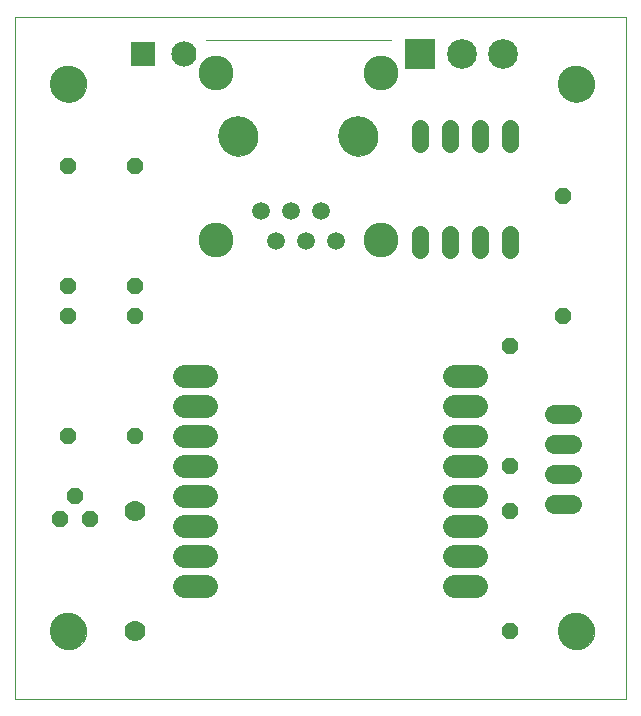
<source format=gts>
G75*
%MOIN*%
%OFA0B0*%
%FSLAX25Y25*%
%IPPOS*%
%LPD*%
%AMOC8*
5,1,8,0,0,1.08239X$1,22.5*
%
%ADD10C,0.00000*%
%ADD11R,0.08400X0.08400*%
%ADD12C,0.08400*%
%ADD13R,0.09900X0.09900*%
%ADD14C,0.09900*%
%ADD15OC8,0.05600*%
%ADD16C,0.06400*%
%ADD17C,0.07600*%
%ADD18C,0.00039*%
%ADD19C,0.05943*%
%ADD20C,0.11620*%
%ADD21C,0.13200*%
%ADD22C,0.07000*%
%ADD23C,0.12211*%
%ADD24C,0.05600*%
D10*
X0001800Y0001800D02*
X0001800Y0229261D01*
X0205501Y0229261D01*
X0205501Y0001800D01*
X0001800Y0001800D01*
X0013611Y0024300D02*
X0013613Y0024453D01*
X0013619Y0024607D01*
X0013629Y0024760D01*
X0013643Y0024912D01*
X0013661Y0025065D01*
X0013683Y0025216D01*
X0013708Y0025367D01*
X0013738Y0025518D01*
X0013772Y0025668D01*
X0013809Y0025816D01*
X0013850Y0025964D01*
X0013895Y0026110D01*
X0013944Y0026256D01*
X0013997Y0026400D01*
X0014053Y0026542D01*
X0014113Y0026683D01*
X0014177Y0026823D01*
X0014244Y0026961D01*
X0014315Y0027097D01*
X0014390Y0027231D01*
X0014467Y0027363D01*
X0014549Y0027493D01*
X0014633Y0027621D01*
X0014721Y0027747D01*
X0014812Y0027870D01*
X0014906Y0027991D01*
X0015004Y0028109D01*
X0015104Y0028225D01*
X0015208Y0028338D01*
X0015314Y0028449D01*
X0015423Y0028557D01*
X0015535Y0028662D01*
X0015649Y0028763D01*
X0015767Y0028862D01*
X0015886Y0028958D01*
X0016008Y0029051D01*
X0016133Y0029140D01*
X0016260Y0029227D01*
X0016389Y0029309D01*
X0016520Y0029389D01*
X0016653Y0029465D01*
X0016788Y0029538D01*
X0016925Y0029607D01*
X0017064Y0029672D01*
X0017204Y0029734D01*
X0017346Y0029792D01*
X0017489Y0029847D01*
X0017634Y0029898D01*
X0017780Y0029945D01*
X0017927Y0029988D01*
X0018075Y0030027D01*
X0018224Y0030063D01*
X0018374Y0030094D01*
X0018525Y0030122D01*
X0018676Y0030146D01*
X0018829Y0030166D01*
X0018981Y0030182D01*
X0019134Y0030194D01*
X0019287Y0030202D01*
X0019440Y0030206D01*
X0019594Y0030206D01*
X0019747Y0030202D01*
X0019900Y0030194D01*
X0020053Y0030182D01*
X0020205Y0030166D01*
X0020358Y0030146D01*
X0020509Y0030122D01*
X0020660Y0030094D01*
X0020810Y0030063D01*
X0020959Y0030027D01*
X0021107Y0029988D01*
X0021254Y0029945D01*
X0021400Y0029898D01*
X0021545Y0029847D01*
X0021688Y0029792D01*
X0021830Y0029734D01*
X0021970Y0029672D01*
X0022109Y0029607D01*
X0022246Y0029538D01*
X0022381Y0029465D01*
X0022514Y0029389D01*
X0022645Y0029309D01*
X0022774Y0029227D01*
X0022901Y0029140D01*
X0023026Y0029051D01*
X0023148Y0028958D01*
X0023267Y0028862D01*
X0023385Y0028763D01*
X0023499Y0028662D01*
X0023611Y0028557D01*
X0023720Y0028449D01*
X0023826Y0028338D01*
X0023930Y0028225D01*
X0024030Y0028109D01*
X0024128Y0027991D01*
X0024222Y0027870D01*
X0024313Y0027747D01*
X0024401Y0027621D01*
X0024485Y0027493D01*
X0024567Y0027363D01*
X0024644Y0027231D01*
X0024719Y0027097D01*
X0024790Y0026961D01*
X0024857Y0026823D01*
X0024921Y0026683D01*
X0024981Y0026542D01*
X0025037Y0026400D01*
X0025090Y0026256D01*
X0025139Y0026110D01*
X0025184Y0025964D01*
X0025225Y0025816D01*
X0025262Y0025668D01*
X0025296Y0025518D01*
X0025326Y0025367D01*
X0025351Y0025216D01*
X0025373Y0025065D01*
X0025391Y0024912D01*
X0025405Y0024760D01*
X0025415Y0024607D01*
X0025421Y0024453D01*
X0025423Y0024300D01*
X0025421Y0024147D01*
X0025415Y0023993D01*
X0025405Y0023840D01*
X0025391Y0023688D01*
X0025373Y0023535D01*
X0025351Y0023384D01*
X0025326Y0023233D01*
X0025296Y0023082D01*
X0025262Y0022932D01*
X0025225Y0022784D01*
X0025184Y0022636D01*
X0025139Y0022490D01*
X0025090Y0022344D01*
X0025037Y0022200D01*
X0024981Y0022058D01*
X0024921Y0021917D01*
X0024857Y0021777D01*
X0024790Y0021639D01*
X0024719Y0021503D01*
X0024644Y0021369D01*
X0024567Y0021237D01*
X0024485Y0021107D01*
X0024401Y0020979D01*
X0024313Y0020853D01*
X0024222Y0020730D01*
X0024128Y0020609D01*
X0024030Y0020491D01*
X0023930Y0020375D01*
X0023826Y0020262D01*
X0023720Y0020151D01*
X0023611Y0020043D01*
X0023499Y0019938D01*
X0023385Y0019837D01*
X0023267Y0019738D01*
X0023148Y0019642D01*
X0023026Y0019549D01*
X0022901Y0019460D01*
X0022774Y0019373D01*
X0022645Y0019291D01*
X0022514Y0019211D01*
X0022381Y0019135D01*
X0022246Y0019062D01*
X0022109Y0018993D01*
X0021970Y0018928D01*
X0021830Y0018866D01*
X0021688Y0018808D01*
X0021545Y0018753D01*
X0021400Y0018702D01*
X0021254Y0018655D01*
X0021107Y0018612D01*
X0020959Y0018573D01*
X0020810Y0018537D01*
X0020660Y0018506D01*
X0020509Y0018478D01*
X0020358Y0018454D01*
X0020205Y0018434D01*
X0020053Y0018418D01*
X0019900Y0018406D01*
X0019747Y0018398D01*
X0019594Y0018394D01*
X0019440Y0018394D01*
X0019287Y0018398D01*
X0019134Y0018406D01*
X0018981Y0018418D01*
X0018829Y0018434D01*
X0018676Y0018454D01*
X0018525Y0018478D01*
X0018374Y0018506D01*
X0018224Y0018537D01*
X0018075Y0018573D01*
X0017927Y0018612D01*
X0017780Y0018655D01*
X0017634Y0018702D01*
X0017489Y0018753D01*
X0017346Y0018808D01*
X0017204Y0018866D01*
X0017064Y0018928D01*
X0016925Y0018993D01*
X0016788Y0019062D01*
X0016653Y0019135D01*
X0016520Y0019211D01*
X0016389Y0019291D01*
X0016260Y0019373D01*
X0016133Y0019460D01*
X0016008Y0019549D01*
X0015886Y0019642D01*
X0015767Y0019738D01*
X0015649Y0019837D01*
X0015535Y0019938D01*
X0015423Y0020043D01*
X0015314Y0020151D01*
X0015208Y0020262D01*
X0015104Y0020375D01*
X0015004Y0020491D01*
X0014906Y0020609D01*
X0014812Y0020730D01*
X0014721Y0020853D01*
X0014633Y0020979D01*
X0014549Y0021107D01*
X0014467Y0021237D01*
X0014390Y0021369D01*
X0014315Y0021503D01*
X0014244Y0021639D01*
X0014177Y0021777D01*
X0014113Y0021917D01*
X0014053Y0022058D01*
X0013997Y0022200D01*
X0013944Y0022344D01*
X0013895Y0022490D01*
X0013850Y0022636D01*
X0013809Y0022784D01*
X0013772Y0022932D01*
X0013738Y0023082D01*
X0013708Y0023233D01*
X0013683Y0023384D01*
X0013661Y0023535D01*
X0013643Y0023688D01*
X0013629Y0023840D01*
X0013619Y0023993D01*
X0013613Y0024147D01*
X0013611Y0024300D01*
X0069731Y0189300D02*
X0069733Y0189460D01*
X0069739Y0189619D01*
X0069749Y0189778D01*
X0069763Y0189937D01*
X0069781Y0190096D01*
X0069802Y0190254D01*
X0069828Y0190411D01*
X0069858Y0190568D01*
X0069891Y0190724D01*
X0069929Y0190879D01*
X0069970Y0191033D01*
X0070015Y0191186D01*
X0070064Y0191338D01*
X0070117Y0191489D01*
X0070173Y0191638D01*
X0070234Y0191786D01*
X0070297Y0191932D01*
X0070365Y0192077D01*
X0070436Y0192220D01*
X0070510Y0192361D01*
X0070588Y0192500D01*
X0070670Y0192637D01*
X0070755Y0192772D01*
X0070843Y0192905D01*
X0070935Y0193036D01*
X0071029Y0193164D01*
X0071127Y0193290D01*
X0071228Y0193414D01*
X0071332Y0193535D01*
X0071439Y0193653D01*
X0071549Y0193769D01*
X0071662Y0193882D01*
X0071778Y0193992D01*
X0071896Y0194099D01*
X0072017Y0194203D01*
X0072141Y0194304D01*
X0072267Y0194402D01*
X0072395Y0194496D01*
X0072526Y0194588D01*
X0072659Y0194676D01*
X0072794Y0194761D01*
X0072931Y0194843D01*
X0073070Y0194921D01*
X0073211Y0194995D01*
X0073354Y0195066D01*
X0073499Y0195134D01*
X0073645Y0195197D01*
X0073793Y0195258D01*
X0073942Y0195314D01*
X0074093Y0195367D01*
X0074245Y0195416D01*
X0074398Y0195461D01*
X0074552Y0195502D01*
X0074707Y0195540D01*
X0074863Y0195573D01*
X0075020Y0195603D01*
X0075177Y0195629D01*
X0075335Y0195650D01*
X0075494Y0195668D01*
X0075653Y0195682D01*
X0075812Y0195692D01*
X0075971Y0195698D01*
X0076131Y0195700D01*
X0076291Y0195698D01*
X0076450Y0195692D01*
X0076609Y0195682D01*
X0076768Y0195668D01*
X0076927Y0195650D01*
X0077085Y0195629D01*
X0077242Y0195603D01*
X0077399Y0195573D01*
X0077555Y0195540D01*
X0077710Y0195502D01*
X0077864Y0195461D01*
X0078017Y0195416D01*
X0078169Y0195367D01*
X0078320Y0195314D01*
X0078469Y0195258D01*
X0078617Y0195197D01*
X0078763Y0195134D01*
X0078908Y0195066D01*
X0079051Y0194995D01*
X0079192Y0194921D01*
X0079331Y0194843D01*
X0079468Y0194761D01*
X0079603Y0194676D01*
X0079736Y0194588D01*
X0079867Y0194496D01*
X0079995Y0194402D01*
X0080121Y0194304D01*
X0080245Y0194203D01*
X0080366Y0194099D01*
X0080484Y0193992D01*
X0080600Y0193882D01*
X0080713Y0193769D01*
X0080823Y0193653D01*
X0080930Y0193535D01*
X0081034Y0193414D01*
X0081135Y0193290D01*
X0081233Y0193164D01*
X0081327Y0193036D01*
X0081419Y0192905D01*
X0081507Y0192772D01*
X0081592Y0192637D01*
X0081674Y0192500D01*
X0081752Y0192361D01*
X0081826Y0192220D01*
X0081897Y0192077D01*
X0081965Y0191932D01*
X0082028Y0191786D01*
X0082089Y0191638D01*
X0082145Y0191489D01*
X0082198Y0191338D01*
X0082247Y0191186D01*
X0082292Y0191033D01*
X0082333Y0190879D01*
X0082371Y0190724D01*
X0082404Y0190568D01*
X0082434Y0190411D01*
X0082460Y0190254D01*
X0082481Y0190096D01*
X0082499Y0189937D01*
X0082513Y0189778D01*
X0082523Y0189619D01*
X0082529Y0189460D01*
X0082531Y0189300D01*
X0082529Y0189140D01*
X0082523Y0188981D01*
X0082513Y0188822D01*
X0082499Y0188663D01*
X0082481Y0188504D01*
X0082460Y0188346D01*
X0082434Y0188189D01*
X0082404Y0188032D01*
X0082371Y0187876D01*
X0082333Y0187721D01*
X0082292Y0187567D01*
X0082247Y0187414D01*
X0082198Y0187262D01*
X0082145Y0187111D01*
X0082089Y0186962D01*
X0082028Y0186814D01*
X0081965Y0186668D01*
X0081897Y0186523D01*
X0081826Y0186380D01*
X0081752Y0186239D01*
X0081674Y0186100D01*
X0081592Y0185963D01*
X0081507Y0185828D01*
X0081419Y0185695D01*
X0081327Y0185564D01*
X0081233Y0185436D01*
X0081135Y0185310D01*
X0081034Y0185186D01*
X0080930Y0185065D01*
X0080823Y0184947D01*
X0080713Y0184831D01*
X0080600Y0184718D01*
X0080484Y0184608D01*
X0080366Y0184501D01*
X0080245Y0184397D01*
X0080121Y0184296D01*
X0079995Y0184198D01*
X0079867Y0184104D01*
X0079736Y0184012D01*
X0079603Y0183924D01*
X0079468Y0183839D01*
X0079331Y0183757D01*
X0079192Y0183679D01*
X0079051Y0183605D01*
X0078908Y0183534D01*
X0078763Y0183466D01*
X0078617Y0183403D01*
X0078469Y0183342D01*
X0078320Y0183286D01*
X0078169Y0183233D01*
X0078017Y0183184D01*
X0077864Y0183139D01*
X0077710Y0183098D01*
X0077555Y0183060D01*
X0077399Y0183027D01*
X0077242Y0182997D01*
X0077085Y0182971D01*
X0076927Y0182950D01*
X0076768Y0182932D01*
X0076609Y0182918D01*
X0076450Y0182908D01*
X0076291Y0182902D01*
X0076131Y0182900D01*
X0075971Y0182902D01*
X0075812Y0182908D01*
X0075653Y0182918D01*
X0075494Y0182932D01*
X0075335Y0182950D01*
X0075177Y0182971D01*
X0075020Y0182997D01*
X0074863Y0183027D01*
X0074707Y0183060D01*
X0074552Y0183098D01*
X0074398Y0183139D01*
X0074245Y0183184D01*
X0074093Y0183233D01*
X0073942Y0183286D01*
X0073793Y0183342D01*
X0073645Y0183403D01*
X0073499Y0183466D01*
X0073354Y0183534D01*
X0073211Y0183605D01*
X0073070Y0183679D01*
X0072931Y0183757D01*
X0072794Y0183839D01*
X0072659Y0183924D01*
X0072526Y0184012D01*
X0072395Y0184104D01*
X0072267Y0184198D01*
X0072141Y0184296D01*
X0072017Y0184397D01*
X0071896Y0184501D01*
X0071778Y0184608D01*
X0071662Y0184718D01*
X0071549Y0184831D01*
X0071439Y0184947D01*
X0071332Y0185065D01*
X0071228Y0185186D01*
X0071127Y0185310D01*
X0071029Y0185436D01*
X0070935Y0185564D01*
X0070843Y0185695D01*
X0070755Y0185828D01*
X0070670Y0185963D01*
X0070588Y0186100D01*
X0070510Y0186239D01*
X0070436Y0186380D01*
X0070365Y0186523D01*
X0070297Y0186668D01*
X0070234Y0186814D01*
X0070173Y0186962D01*
X0070117Y0187111D01*
X0070064Y0187262D01*
X0070015Y0187414D01*
X0069970Y0187567D01*
X0069929Y0187721D01*
X0069891Y0187876D01*
X0069858Y0188032D01*
X0069828Y0188189D01*
X0069802Y0188346D01*
X0069781Y0188504D01*
X0069763Y0188663D01*
X0069749Y0188822D01*
X0069739Y0188981D01*
X0069733Y0189140D01*
X0069731Y0189300D01*
X0109731Y0189300D02*
X0109733Y0189460D01*
X0109739Y0189619D01*
X0109749Y0189778D01*
X0109763Y0189937D01*
X0109781Y0190096D01*
X0109802Y0190254D01*
X0109828Y0190411D01*
X0109858Y0190568D01*
X0109891Y0190724D01*
X0109929Y0190879D01*
X0109970Y0191033D01*
X0110015Y0191186D01*
X0110064Y0191338D01*
X0110117Y0191489D01*
X0110173Y0191638D01*
X0110234Y0191786D01*
X0110297Y0191932D01*
X0110365Y0192077D01*
X0110436Y0192220D01*
X0110510Y0192361D01*
X0110588Y0192500D01*
X0110670Y0192637D01*
X0110755Y0192772D01*
X0110843Y0192905D01*
X0110935Y0193036D01*
X0111029Y0193164D01*
X0111127Y0193290D01*
X0111228Y0193414D01*
X0111332Y0193535D01*
X0111439Y0193653D01*
X0111549Y0193769D01*
X0111662Y0193882D01*
X0111778Y0193992D01*
X0111896Y0194099D01*
X0112017Y0194203D01*
X0112141Y0194304D01*
X0112267Y0194402D01*
X0112395Y0194496D01*
X0112526Y0194588D01*
X0112659Y0194676D01*
X0112794Y0194761D01*
X0112931Y0194843D01*
X0113070Y0194921D01*
X0113211Y0194995D01*
X0113354Y0195066D01*
X0113499Y0195134D01*
X0113645Y0195197D01*
X0113793Y0195258D01*
X0113942Y0195314D01*
X0114093Y0195367D01*
X0114245Y0195416D01*
X0114398Y0195461D01*
X0114552Y0195502D01*
X0114707Y0195540D01*
X0114863Y0195573D01*
X0115020Y0195603D01*
X0115177Y0195629D01*
X0115335Y0195650D01*
X0115494Y0195668D01*
X0115653Y0195682D01*
X0115812Y0195692D01*
X0115971Y0195698D01*
X0116131Y0195700D01*
X0116291Y0195698D01*
X0116450Y0195692D01*
X0116609Y0195682D01*
X0116768Y0195668D01*
X0116927Y0195650D01*
X0117085Y0195629D01*
X0117242Y0195603D01*
X0117399Y0195573D01*
X0117555Y0195540D01*
X0117710Y0195502D01*
X0117864Y0195461D01*
X0118017Y0195416D01*
X0118169Y0195367D01*
X0118320Y0195314D01*
X0118469Y0195258D01*
X0118617Y0195197D01*
X0118763Y0195134D01*
X0118908Y0195066D01*
X0119051Y0194995D01*
X0119192Y0194921D01*
X0119331Y0194843D01*
X0119468Y0194761D01*
X0119603Y0194676D01*
X0119736Y0194588D01*
X0119867Y0194496D01*
X0119995Y0194402D01*
X0120121Y0194304D01*
X0120245Y0194203D01*
X0120366Y0194099D01*
X0120484Y0193992D01*
X0120600Y0193882D01*
X0120713Y0193769D01*
X0120823Y0193653D01*
X0120930Y0193535D01*
X0121034Y0193414D01*
X0121135Y0193290D01*
X0121233Y0193164D01*
X0121327Y0193036D01*
X0121419Y0192905D01*
X0121507Y0192772D01*
X0121592Y0192637D01*
X0121674Y0192500D01*
X0121752Y0192361D01*
X0121826Y0192220D01*
X0121897Y0192077D01*
X0121965Y0191932D01*
X0122028Y0191786D01*
X0122089Y0191638D01*
X0122145Y0191489D01*
X0122198Y0191338D01*
X0122247Y0191186D01*
X0122292Y0191033D01*
X0122333Y0190879D01*
X0122371Y0190724D01*
X0122404Y0190568D01*
X0122434Y0190411D01*
X0122460Y0190254D01*
X0122481Y0190096D01*
X0122499Y0189937D01*
X0122513Y0189778D01*
X0122523Y0189619D01*
X0122529Y0189460D01*
X0122531Y0189300D01*
X0122529Y0189140D01*
X0122523Y0188981D01*
X0122513Y0188822D01*
X0122499Y0188663D01*
X0122481Y0188504D01*
X0122460Y0188346D01*
X0122434Y0188189D01*
X0122404Y0188032D01*
X0122371Y0187876D01*
X0122333Y0187721D01*
X0122292Y0187567D01*
X0122247Y0187414D01*
X0122198Y0187262D01*
X0122145Y0187111D01*
X0122089Y0186962D01*
X0122028Y0186814D01*
X0121965Y0186668D01*
X0121897Y0186523D01*
X0121826Y0186380D01*
X0121752Y0186239D01*
X0121674Y0186100D01*
X0121592Y0185963D01*
X0121507Y0185828D01*
X0121419Y0185695D01*
X0121327Y0185564D01*
X0121233Y0185436D01*
X0121135Y0185310D01*
X0121034Y0185186D01*
X0120930Y0185065D01*
X0120823Y0184947D01*
X0120713Y0184831D01*
X0120600Y0184718D01*
X0120484Y0184608D01*
X0120366Y0184501D01*
X0120245Y0184397D01*
X0120121Y0184296D01*
X0119995Y0184198D01*
X0119867Y0184104D01*
X0119736Y0184012D01*
X0119603Y0183924D01*
X0119468Y0183839D01*
X0119331Y0183757D01*
X0119192Y0183679D01*
X0119051Y0183605D01*
X0118908Y0183534D01*
X0118763Y0183466D01*
X0118617Y0183403D01*
X0118469Y0183342D01*
X0118320Y0183286D01*
X0118169Y0183233D01*
X0118017Y0183184D01*
X0117864Y0183139D01*
X0117710Y0183098D01*
X0117555Y0183060D01*
X0117399Y0183027D01*
X0117242Y0182997D01*
X0117085Y0182971D01*
X0116927Y0182950D01*
X0116768Y0182932D01*
X0116609Y0182918D01*
X0116450Y0182908D01*
X0116291Y0182902D01*
X0116131Y0182900D01*
X0115971Y0182902D01*
X0115812Y0182908D01*
X0115653Y0182918D01*
X0115494Y0182932D01*
X0115335Y0182950D01*
X0115177Y0182971D01*
X0115020Y0182997D01*
X0114863Y0183027D01*
X0114707Y0183060D01*
X0114552Y0183098D01*
X0114398Y0183139D01*
X0114245Y0183184D01*
X0114093Y0183233D01*
X0113942Y0183286D01*
X0113793Y0183342D01*
X0113645Y0183403D01*
X0113499Y0183466D01*
X0113354Y0183534D01*
X0113211Y0183605D01*
X0113070Y0183679D01*
X0112931Y0183757D01*
X0112794Y0183839D01*
X0112659Y0183924D01*
X0112526Y0184012D01*
X0112395Y0184104D01*
X0112267Y0184198D01*
X0112141Y0184296D01*
X0112017Y0184397D01*
X0111896Y0184501D01*
X0111778Y0184608D01*
X0111662Y0184718D01*
X0111549Y0184831D01*
X0111439Y0184947D01*
X0111332Y0185065D01*
X0111228Y0185186D01*
X0111127Y0185310D01*
X0111029Y0185436D01*
X0110935Y0185564D01*
X0110843Y0185695D01*
X0110755Y0185828D01*
X0110670Y0185963D01*
X0110588Y0186100D01*
X0110510Y0186239D01*
X0110436Y0186380D01*
X0110365Y0186523D01*
X0110297Y0186668D01*
X0110234Y0186814D01*
X0110173Y0186962D01*
X0110117Y0187111D01*
X0110064Y0187262D01*
X0110015Y0187414D01*
X0109970Y0187567D01*
X0109929Y0187721D01*
X0109891Y0187876D01*
X0109858Y0188032D01*
X0109828Y0188189D01*
X0109802Y0188346D01*
X0109781Y0188504D01*
X0109763Y0188663D01*
X0109749Y0188822D01*
X0109739Y0188981D01*
X0109733Y0189140D01*
X0109731Y0189300D01*
X0182902Y0206800D02*
X0182904Y0206953D01*
X0182910Y0207107D01*
X0182920Y0207260D01*
X0182934Y0207412D01*
X0182952Y0207565D01*
X0182974Y0207716D01*
X0182999Y0207867D01*
X0183029Y0208018D01*
X0183063Y0208168D01*
X0183100Y0208316D01*
X0183141Y0208464D01*
X0183186Y0208610D01*
X0183235Y0208756D01*
X0183288Y0208900D01*
X0183344Y0209042D01*
X0183404Y0209183D01*
X0183468Y0209323D01*
X0183535Y0209461D01*
X0183606Y0209597D01*
X0183681Y0209731D01*
X0183758Y0209863D01*
X0183840Y0209993D01*
X0183924Y0210121D01*
X0184012Y0210247D01*
X0184103Y0210370D01*
X0184197Y0210491D01*
X0184295Y0210609D01*
X0184395Y0210725D01*
X0184499Y0210838D01*
X0184605Y0210949D01*
X0184714Y0211057D01*
X0184826Y0211162D01*
X0184940Y0211263D01*
X0185058Y0211362D01*
X0185177Y0211458D01*
X0185299Y0211551D01*
X0185424Y0211640D01*
X0185551Y0211727D01*
X0185680Y0211809D01*
X0185811Y0211889D01*
X0185944Y0211965D01*
X0186079Y0212038D01*
X0186216Y0212107D01*
X0186355Y0212172D01*
X0186495Y0212234D01*
X0186637Y0212292D01*
X0186780Y0212347D01*
X0186925Y0212398D01*
X0187071Y0212445D01*
X0187218Y0212488D01*
X0187366Y0212527D01*
X0187515Y0212563D01*
X0187665Y0212594D01*
X0187816Y0212622D01*
X0187967Y0212646D01*
X0188120Y0212666D01*
X0188272Y0212682D01*
X0188425Y0212694D01*
X0188578Y0212702D01*
X0188731Y0212706D01*
X0188885Y0212706D01*
X0189038Y0212702D01*
X0189191Y0212694D01*
X0189344Y0212682D01*
X0189496Y0212666D01*
X0189649Y0212646D01*
X0189800Y0212622D01*
X0189951Y0212594D01*
X0190101Y0212563D01*
X0190250Y0212527D01*
X0190398Y0212488D01*
X0190545Y0212445D01*
X0190691Y0212398D01*
X0190836Y0212347D01*
X0190979Y0212292D01*
X0191121Y0212234D01*
X0191261Y0212172D01*
X0191400Y0212107D01*
X0191537Y0212038D01*
X0191672Y0211965D01*
X0191805Y0211889D01*
X0191936Y0211809D01*
X0192065Y0211727D01*
X0192192Y0211640D01*
X0192317Y0211551D01*
X0192439Y0211458D01*
X0192558Y0211362D01*
X0192676Y0211263D01*
X0192790Y0211162D01*
X0192902Y0211057D01*
X0193011Y0210949D01*
X0193117Y0210838D01*
X0193221Y0210725D01*
X0193321Y0210609D01*
X0193419Y0210491D01*
X0193513Y0210370D01*
X0193604Y0210247D01*
X0193692Y0210121D01*
X0193776Y0209993D01*
X0193858Y0209863D01*
X0193935Y0209731D01*
X0194010Y0209597D01*
X0194081Y0209461D01*
X0194148Y0209323D01*
X0194212Y0209183D01*
X0194272Y0209042D01*
X0194328Y0208900D01*
X0194381Y0208756D01*
X0194430Y0208610D01*
X0194475Y0208464D01*
X0194516Y0208316D01*
X0194553Y0208168D01*
X0194587Y0208018D01*
X0194617Y0207867D01*
X0194642Y0207716D01*
X0194664Y0207565D01*
X0194682Y0207412D01*
X0194696Y0207260D01*
X0194706Y0207107D01*
X0194712Y0206953D01*
X0194714Y0206800D01*
X0194712Y0206647D01*
X0194706Y0206493D01*
X0194696Y0206340D01*
X0194682Y0206188D01*
X0194664Y0206035D01*
X0194642Y0205884D01*
X0194617Y0205733D01*
X0194587Y0205582D01*
X0194553Y0205432D01*
X0194516Y0205284D01*
X0194475Y0205136D01*
X0194430Y0204990D01*
X0194381Y0204844D01*
X0194328Y0204700D01*
X0194272Y0204558D01*
X0194212Y0204417D01*
X0194148Y0204277D01*
X0194081Y0204139D01*
X0194010Y0204003D01*
X0193935Y0203869D01*
X0193858Y0203737D01*
X0193776Y0203607D01*
X0193692Y0203479D01*
X0193604Y0203353D01*
X0193513Y0203230D01*
X0193419Y0203109D01*
X0193321Y0202991D01*
X0193221Y0202875D01*
X0193117Y0202762D01*
X0193011Y0202651D01*
X0192902Y0202543D01*
X0192790Y0202438D01*
X0192676Y0202337D01*
X0192558Y0202238D01*
X0192439Y0202142D01*
X0192317Y0202049D01*
X0192192Y0201960D01*
X0192065Y0201873D01*
X0191936Y0201791D01*
X0191805Y0201711D01*
X0191672Y0201635D01*
X0191537Y0201562D01*
X0191400Y0201493D01*
X0191261Y0201428D01*
X0191121Y0201366D01*
X0190979Y0201308D01*
X0190836Y0201253D01*
X0190691Y0201202D01*
X0190545Y0201155D01*
X0190398Y0201112D01*
X0190250Y0201073D01*
X0190101Y0201037D01*
X0189951Y0201006D01*
X0189800Y0200978D01*
X0189649Y0200954D01*
X0189496Y0200934D01*
X0189344Y0200918D01*
X0189191Y0200906D01*
X0189038Y0200898D01*
X0188885Y0200894D01*
X0188731Y0200894D01*
X0188578Y0200898D01*
X0188425Y0200906D01*
X0188272Y0200918D01*
X0188120Y0200934D01*
X0187967Y0200954D01*
X0187816Y0200978D01*
X0187665Y0201006D01*
X0187515Y0201037D01*
X0187366Y0201073D01*
X0187218Y0201112D01*
X0187071Y0201155D01*
X0186925Y0201202D01*
X0186780Y0201253D01*
X0186637Y0201308D01*
X0186495Y0201366D01*
X0186355Y0201428D01*
X0186216Y0201493D01*
X0186079Y0201562D01*
X0185944Y0201635D01*
X0185811Y0201711D01*
X0185680Y0201791D01*
X0185551Y0201873D01*
X0185424Y0201960D01*
X0185299Y0202049D01*
X0185177Y0202142D01*
X0185058Y0202238D01*
X0184940Y0202337D01*
X0184826Y0202438D01*
X0184714Y0202543D01*
X0184605Y0202651D01*
X0184499Y0202762D01*
X0184395Y0202875D01*
X0184295Y0202991D01*
X0184197Y0203109D01*
X0184103Y0203230D01*
X0184012Y0203353D01*
X0183924Y0203479D01*
X0183840Y0203607D01*
X0183758Y0203737D01*
X0183681Y0203869D01*
X0183606Y0204003D01*
X0183535Y0204139D01*
X0183468Y0204277D01*
X0183404Y0204417D01*
X0183344Y0204558D01*
X0183288Y0204700D01*
X0183235Y0204844D01*
X0183186Y0204990D01*
X0183141Y0205136D01*
X0183100Y0205284D01*
X0183063Y0205432D01*
X0183029Y0205582D01*
X0182999Y0205733D01*
X0182974Y0205884D01*
X0182952Y0206035D01*
X0182934Y0206188D01*
X0182920Y0206340D01*
X0182910Y0206493D01*
X0182904Y0206647D01*
X0182902Y0206800D01*
X0013611Y0206800D02*
X0013613Y0206953D01*
X0013619Y0207107D01*
X0013629Y0207260D01*
X0013643Y0207412D01*
X0013661Y0207565D01*
X0013683Y0207716D01*
X0013708Y0207867D01*
X0013738Y0208018D01*
X0013772Y0208168D01*
X0013809Y0208316D01*
X0013850Y0208464D01*
X0013895Y0208610D01*
X0013944Y0208756D01*
X0013997Y0208900D01*
X0014053Y0209042D01*
X0014113Y0209183D01*
X0014177Y0209323D01*
X0014244Y0209461D01*
X0014315Y0209597D01*
X0014390Y0209731D01*
X0014467Y0209863D01*
X0014549Y0209993D01*
X0014633Y0210121D01*
X0014721Y0210247D01*
X0014812Y0210370D01*
X0014906Y0210491D01*
X0015004Y0210609D01*
X0015104Y0210725D01*
X0015208Y0210838D01*
X0015314Y0210949D01*
X0015423Y0211057D01*
X0015535Y0211162D01*
X0015649Y0211263D01*
X0015767Y0211362D01*
X0015886Y0211458D01*
X0016008Y0211551D01*
X0016133Y0211640D01*
X0016260Y0211727D01*
X0016389Y0211809D01*
X0016520Y0211889D01*
X0016653Y0211965D01*
X0016788Y0212038D01*
X0016925Y0212107D01*
X0017064Y0212172D01*
X0017204Y0212234D01*
X0017346Y0212292D01*
X0017489Y0212347D01*
X0017634Y0212398D01*
X0017780Y0212445D01*
X0017927Y0212488D01*
X0018075Y0212527D01*
X0018224Y0212563D01*
X0018374Y0212594D01*
X0018525Y0212622D01*
X0018676Y0212646D01*
X0018829Y0212666D01*
X0018981Y0212682D01*
X0019134Y0212694D01*
X0019287Y0212702D01*
X0019440Y0212706D01*
X0019594Y0212706D01*
X0019747Y0212702D01*
X0019900Y0212694D01*
X0020053Y0212682D01*
X0020205Y0212666D01*
X0020358Y0212646D01*
X0020509Y0212622D01*
X0020660Y0212594D01*
X0020810Y0212563D01*
X0020959Y0212527D01*
X0021107Y0212488D01*
X0021254Y0212445D01*
X0021400Y0212398D01*
X0021545Y0212347D01*
X0021688Y0212292D01*
X0021830Y0212234D01*
X0021970Y0212172D01*
X0022109Y0212107D01*
X0022246Y0212038D01*
X0022381Y0211965D01*
X0022514Y0211889D01*
X0022645Y0211809D01*
X0022774Y0211727D01*
X0022901Y0211640D01*
X0023026Y0211551D01*
X0023148Y0211458D01*
X0023267Y0211362D01*
X0023385Y0211263D01*
X0023499Y0211162D01*
X0023611Y0211057D01*
X0023720Y0210949D01*
X0023826Y0210838D01*
X0023930Y0210725D01*
X0024030Y0210609D01*
X0024128Y0210491D01*
X0024222Y0210370D01*
X0024313Y0210247D01*
X0024401Y0210121D01*
X0024485Y0209993D01*
X0024567Y0209863D01*
X0024644Y0209731D01*
X0024719Y0209597D01*
X0024790Y0209461D01*
X0024857Y0209323D01*
X0024921Y0209183D01*
X0024981Y0209042D01*
X0025037Y0208900D01*
X0025090Y0208756D01*
X0025139Y0208610D01*
X0025184Y0208464D01*
X0025225Y0208316D01*
X0025262Y0208168D01*
X0025296Y0208018D01*
X0025326Y0207867D01*
X0025351Y0207716D01*
X0025373Y0207565D01*
X0025391Y0207412D01*
X0025405Y0207260D01*
X0025415Y0207107D01*
X0025421Y0206953D01*
X0025423Y0206800D01*
X0025421Y0206647D01*
X0025415Y0206493D01*
X0025405Y0206340D01*
X0025391Y0206188D01*
X0025373Y0206035D01*
X0025351Y0205884D01*
X0025326Y0205733D01*
X0025296Y0205582D01*
X0025262Y0205432D01*
X0025225Y0205284D01*
X0025184Y0205136D01*
X0025139Y0204990D01*
X0025090Y0204844D01*
X0025037Y0204700D01*
X0024981Y0204558D01*
X0024921Y0204417D01*
X0024857Y0204277D01*
X0024790Y0204139D01*
X0024719Y0204003D01*
X0024644Y0203869D01*
X0024567Y0203737D01*
X0024485Y0203607D01*
X0024401Y0203479D01*
X0024313Y0203353D01*
X0024222Y0203230D01*
X0024128Y0203109D01*
X0024030Y0202991D01*
X0023930Y0202875D01*
X0023826Y0202762D01*
X0023720Y0202651D01*
X0023611Y0202543D01*
X0023499Y0202438D01*
X0023385Y0202337D01*
X0023267Y0202238D01*
X0023148Y0202142D01*
X0023026Y0202049D01*
X0022901Y0201960D01*
X0022774Y0201873D01*
X0022645Y0201791D01*
X0022514Y0201711D01*
X0022381Y0201635D01*
X0022246Y0201562D01*
X0022109Y0201493D01*
X0021970Y0201428D01*
X0021830Y0201366D01*
X0021688Y0201308D01*
X0021545Y0201253D01*
X0021400Y0201202D01*
X0021254Y0201155D01*
X0021107Y0201112D01*
X0020959Y0201073D01*
X0020810Y0201037D01*
X0020660Y0201006D01*
X0020509Y0200978D01*
X0020358Y0200954D01*
X0020205Y0200934D01*
X0020053Y0200918D01*
X0019900Y0200906D01*
X0019747Y0200898D01*
X0019594Y0200894D01*
X0019440Y0200894D01*
X0019287Y0200898D01*
X0019134Y0200906D01*
X0018981Y0200918D01*
X0018829Y0200934D01*
X0018676Y0200954D01*
X0018525Y0200978D01*
X0018374Y0201006D01*
X0018224Y0201037D01*
X0018075Y0201073D01*
X0017927Y0201112D01*
X0017780Y0201155D01*
X0017634Y0201202D01*
X0017489Y0201253D01*
X0017346Y0201308D01*
X0017204Y0201366D01*
X0017064Y0201428D01*
X0016925Y0201493D01*
X0016788Y0201562D01*
X0016653Y0201635D01*
X0016520Y0201711D01*
X0016389Y0201791D01*
X0016260Y0201873D01*
X0016133Y0201960D01*
X0016008Y0202049D01*
X0015886Y0202142D01*
X0015767Y0202238D01*
X0015649Y0202337D01*
X0015535Y0202438D01*
X0015423Y0202543D01*
X0015314Y0202651D01*
X0015208Y0202762D01*
X0015104Y0202875D01*
X0015004Y0202991D01*
X0014906Y0203109D01*
X0014812Y0203230D01*
X0014721Y0203353D01*
X0014633Y0203479D01*
X0014549Y0203607D01*
X0014467Y0203737D01*
X0014390Y0203869D01*
X0014315Y0204003D01*
X0014244Y0204139D01*
X0014177Y0204277D01*
X0014113Y0204417D01*
X0014053Y0204558D01*
X0013997Y0204700D01*
X0013944Y0204844D01*
X0013895Y0204990D01*
X0013850Y0205136D01*
X0013809Y0205284D01*
X0013772Y0205432D01*
X0013738Y0205582D01*
X0013708Y0205733D01*
X0013683Y0205884D01*
X0013661Y0206035D01*
X0013643Y0206188D01*
X0013629Y0206340D01*
X0013619Y0206493D01*
X0013613Y0206647D01*
X0013611Y0206800D01*
X0182902Y0024300D02*
X0182904Y0024453D01*
X0182910Y0024607D01*
X0182920Y0024760D01*
X0182934Y0024912D01*
X0182952Y0025065D01*
X0182974Y0025216D01*
X0182999Y0025367D01*
X0183029Y0025518D01*
X0183063Y0025668D01*
X0183100Y0025816D01*
X0183141Y0025964D01*
X0183186Y0026110D01*
X0183235Y0026256D01*
X0183288Y0026400D01*
X0183344Y0026542D01*
X0183404Y0026683D01*
X0183468Y0026823D01*
X0183535Y0026961D01*
X0183606Y0027097D01*
X0183681Y0027231D01*
X0183758Y0027363D01*
X0183840Y0027493D01*
X0183924Y0027621D01*
X0184012Y0027747D01*
X0184103Y0027870D01*
X0184197Y0027991D01*
X0184295Y0028109D01*
X0184395Y0028225D01*
X0184499Y0028338D01*
X0184605Y0028449D01*
X0184714Y0028557D01*
X0184826Y0028662D01*
X0184940Y0028763D01*
X0185058Y0028862D01*
X0185177Y0028958D01*
X0185299Y0029051D01*
X0185424Y0029140D01*
X0185551Y0029227D01*
X0185680Y0029309D01*
X0185811Y0029389D01*
X0185944Y0029465D01*
X0186079Y0029538D01*
X0186216Y0029607D01*
X0186355Y0029672D01*
X0186495Y0029734D01*
X0186637Y0029792D01*
X0186780Y0029847D01*
X0186925Y0029898D01*
X0187071Y0029945D01*
X0187218Y0029988D01*
X0187366Y0030027D01*
X0187515Y0030063D01*
X0187665Y0030094D01*
X0187816Y0030122D01*
X0187967Y0030146D01*
X0188120Y0030166D01*
X0188272Y0030182D01*
X0188425Y0030194D01*
X0188578Y0030202D01*
X0188731Y0030206D01*
X0188885Y0030206D01*
X0189038Y0030202D01*
X0189191Y0030194D01*
X0189344Y0030182D01*
X0189496Y0030166D01*
X0189649Y0030146D01*
X0189800Y0030122D01*
X0189951Y0030094D01*
X0190101Y0030063D01*
X0190250Y0030027D01*
X0190398Y0029988D01*
X0190545Y0029945D01*
X0190691Y0029898D01*
X0190836Y0029847D01*
X0190979Y0029792D01*
X0191121Y0029734D01*
X0191261Y0029672D01*
X0191400Y0029607D01*
X0191537Y0029538D01*
X0191672Y0029465D01*
X0191805Y0029389D01*
X0191936Y0029309D01*
X0192065Y0029227D01*
X0192192Y0029140D01*
X0192317Y0029051D01*
X0192439Y0028958D01*
X0192558Y0028862D01*
X0192676Y0028763D01*
X0192790Y0028662D01*
X0192902Y0028557D01*
X0193011Y0028449D01*
X0193117Y0028338D01*
X0193221Y0028225D01*
X0193321Y0028109D01*
X0193419Y0027991D01*
X0193513Y0027870D01*
X0193604Y0027747D01*
X0193692Y0027621D01*
X0193776Y0027493D01*
X0193858Y0027363D01*
X0193935Y0027231D01*
X0194010Y0027097D01*
X0194081Y0026961D01*
X0194148Y0026823D01*
X0194212Y0026683D01*
X0194272Y0026542D01*
X0194328Y0026400D01*
X0194381Y0026256D01*
X0194430Y0026110D01*
X0194475Y0025964D01*
X0194516Y0025816D01*
X0194553Y0025668D01*
X0194587Y0025518D01*
X0194617Y0025367D01*
X0194642Y0025216D01*
X0194664Y0025065D01*
X0194682Y0024912D01*
X0194696Y0024760D01*
X0194706Y0024607D01*
X0194712Y0024453D01*
X0194714Y0024300D01*
X0194712Y0024147D01*
X0194706Y0023993D01*
X0194696Y0023840D01*
X0194682Y0023688D01*
X0194664Y0023535D01*
X0194642Y0023384D01*
X0194617Y0023233D01*
X0194587Y0023082D01*
X0194553Y0022932D01*
X0194516Y0022784D01*
X0194475Y0022636D01*
X0194430Y0022490D01*
X0194381Y0022344D01*
X0194328Y0022200D01*
X0194272Y0022058D01*
X0194212Y0021917D01*
X0194148Y0021777D01*
X0194081Y0021639D01*
X0194010Y0021503D01*
X0193935Y0021369D01*
X0193858Y0021237D01*
X0193776Y0021107D01*
X0193692Y0020979D01*
X0193604Y0020853D01*
X0193513Y0020730D01*
X0193419Y0020609D01*
X0193321Y0020491D01*
X0193221Y0020375D01*
X0193117Y0020262D01*
X0193011Y0020151D01*
X0192902Y0020043D01*
X0192790Y0019938D01*
X0192676Y0019837D01*
X0192558Y0019738D01*
X0192439Y0019642D01*
X0192317Y0019549D01*
X0192192Y0019460D01*
X0192065Y0019373D01*
X0191936Y0019291D01*
X0191805Y0019211D01*
X0191672Y0019135D01*
X0191537Y0019062D01*
X0191400Y0018993D01*
X0191261Y0018928D01*
X0191121Y0018866D01*
X0190979Y0018808D01*
X0190836Y0018753D01*
X0190691Y0018702D01*
X0190545Y0018655D01*
X0190398Y0018612D01*
X0190250Y0018573D01*
X0190101Y0018537D01*
X0189951Y0018506D01*
X0189800Y0018478D01*
X0189649Y0018454D01*
X0189496Y0018434D01*
X0189344Y0018418D01*
X0189191Y0018406D01*
X0189038Y0018398D01*
X0188885Y0018394D01*
X0188731Y0018394D01*
X0188578Y0018398D01*
X0188425Y0018406D01*
X0188272Y0018418D01*
X0188120Y0018434D01*
X0187967Y0018454D01*
X0187816Y0018478D01*
X0187665Y0018506D01*
X0187515Y0018537D01*
X0187366Y0018573D01*
X0187218Y0018612D01*
X0187071Y0018655D01*
X0186925Y0018702D01*
X0186780Y0018753D01*
X0186637Y0018808D01*
X0186495Y0018866D01*
X0186355Y0018928D01*
X0186216Y0018993D01*
X0186079Y0019062D01*
X0185944Y0019135D01*
X0185811Y0019211D01*
X0185680Y0019291D01*
X0185551Y0019373D01*
X0185424Y0019460D01*
X0185299Y0019549D01*
X0185177Y0019642D01*
X0185058Y0019738D01*
X0184940Y0019837D01*
X0184826Y0019938D01*
X0184714Y0020043D01*
X0184605Y0020151D01*
X0184499Y0020262D01*
X0184395Y0020375D01*
X0184295Y0020491D01*
X0184197Y0020609D01*
X0184103Y0020730D01*
X0184012Y0020853D01*
X0183924Y0020979D01*
X0183840Y0021107D01*
X0183758Y0021237D01*
X0183681Y0021369D01*
X0183606Y0021503D01*
X0183535Y0021639D01*
X0183468Y0021777D01*
X0183404Y0021917D01*
X0183344Y0022058D01*
X0183288Y0022200D01*
X0183235Y0022344D01*
X0183186Y0022490D01*
X0183141Y0022636D01*
X0183100Y0022784D01*
X0183063Y0022932D01*
X0183029Y0023082D01*
X0182999Y0023233D01*
X0182974Y0023384D01*
X0182952Y0023535D01*
X0182934Y0023688D01*
X0182920Y0023840D01*
X0182910Y0023993D01*
X0182904Y0024147D01*
X0182902Y0024300D01*
D11*
X0044300Y0216800D03*
D12*
X0058080Y0216800D03*
D13*
X0136800Y0216800D03*
D14*
X0150580Y0216800D03*
X0164359Y0216800D03*
D15*
X0184300Y0169300D03*
X0184300Y0129300D03*
X0166800Y0119300D03*
X0166800Y0079300D03*
X0166800Y0064300D03*
X0166800Y0024300D03*
X0041800Y0089300D03*
X0021800Y0069300D03*
X0016800Y0061800D03*
X0026800Y0061800D03*
X0019300Y0089300D03*
X0019300Y0129300D03*
X0019300Y0139300D03*
X0041800Y0139300D03*
X0041800Y0129300D03*
X0041800Y0179300D03*
X0019300Y0179300D03*
D16*
X0181300Y0096800D02*
X0187300Y0096800D01*
X0187300Y0086800D02*
X0181300Y0086800D01*
X0181300Y0076800D02*
X0187300Y0076800D01*
X0187300Y0066800D02*
X0181300Y0066800D01*
D17*
X0155400Y0069300D02*
X0148200Y0069300D01*
X0148200Y0059300D02*
X0155400Y0059300D01*
X0155400Y0049300D02*
X0148200Y0049300D01*
X0148200Y0039300D02*
X0155400Y0039300D01*
X0155400Y0079300D02*
X0148200Y0079300D01*
X0148200Y0089300D02*
X0155400Y0089300D01*
X0155400Y0099300D02*
X0148200Y0099300D01*
X0148200Y0109300D02*
X0155400Y0109300D01*
X0065400Y0109300D02*
X0058200Y0109300D01*
X0058200Y0099300D02*
X0065400Y0099300D01*
X0065400Y0089300D02*
X0058200Y0089300D01*
X0058200Y0079300D02*
X0065400Y0079300D01*
X0065400Y0069300D02*
X0058200Y0069300D01*
X0058200Y0059300D02*
X0065400Y0059300D01*
X0065400Y0049300D02*
X0058200Y0049300D01*
X0058200Y0039300D02*
X0065400Y0039300D01*
D18*
X0065381Y0221505D02*
X0126881Y0221505D01*
D19*
X0103631Y0164300D03*
X0108631Y0154300D03*
X0098631Y0154300D03*
X0093631Y0164300D03*
X0083631Y0164300D03*
X0088631Y0154300D03*
D20*
X0068631Y0154800D03*
X0068631Y0210300D03*
X0123631Y0210300D03*
X0123631Y0154800D03*
D21*
X0116131Y0189300D03*
X0076131Y0189300D03*
D22*
X0041800Y0064300D03*
X0041800Y0024300D03*
D23*
X0019517Y0024300D03*
X0019517Y0206800D03*
X0188808Y0206800D03*
X0188808Y0024300D03*
D24*
X0166800Y0151600D02*
X0166800Y0156800D01*
X0156800Y0156800D02*
X0156800Y0151600D01*
X0146800Y0151600D02*
X0146800Y0156800D01*
X0136800Y0156800D02*
X0136800Y0151600D01*
X0136800Y0186800D02*
X0136800Y0192000D01*
X0146800Y0192000D02*
X0146800Y0186800D01*
X0156800Y0186800D02*
X0156800Y0192000D01*
X0166800Y0192000D02*
X0166800Y0186800D01*
M02*

</source>
